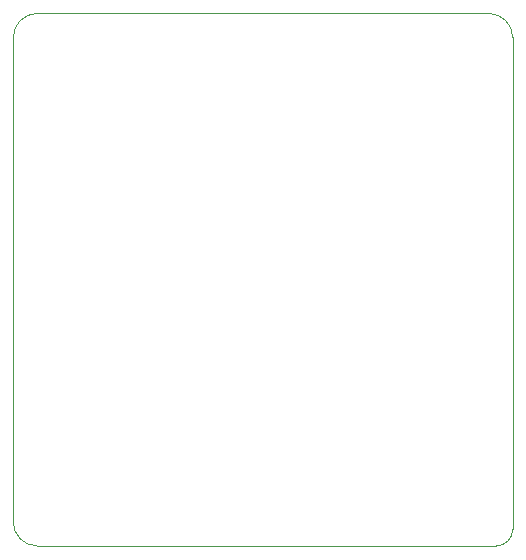
<source format=gm1>
G04 #@! TF.GenerationSoftware,KiCad,Pcbnew,(5.1.9-0-10_14)*
G04 #@! TF.CreationDate,2021-01-18T10:51:13+01:00*
G04 #@! TF.ProjectId,ithowifi,6974686f-7769-4666-992e-6b696361645f,rev?*
G04 #@! TF.SameCoordinates,Original*
G04 #@! TF.FileFunction,Profile,NP*
%FSLAX46Y46*%
G04 Gerber Fmt 4.6, Leading zero omitted, Abs format (unit mm)*
G04 Created by KiCad (PCBNEW (5.1.9-0-10_14)) date 2021-01-18 10:51:13*
%MOMM*%
%LPD*%
G01*
G04 APERTURE LIST*
G04 #@! TA.AperFunction,Profile*
%ADD10C,0.120000*%
G04 #@! TD*
G04 APERTURE END LIST*
D10*
X125349000Y-148717000D02*
G75*
G02*
X123952000Y-150114000I-1397000J0D01*
G01*
X85090000Y-150114000D02*
G75*
G02*
X83058000Y-148082000I0J2032000D01*
G01*
X123317000Y-105029000D02*
G75*
G02*
X125349000Y-107061000I0J-2032000D01*
G01*
X83058000Y-107061000D02*
G75*
G02*
X85090000Y-105029000I2032000J0D01*
G01*
X83058000Y-148082000D02*
X83058000Y-107061000D01*
X123952000Y-150114000D02*
X85090000Y-150114000D01*
X125349000Y-107061000D02*
X125349000Y-148717000D01*
X85090000Y-105029000D02*
X123317000Y-105029000D01*
M02*

</source>
